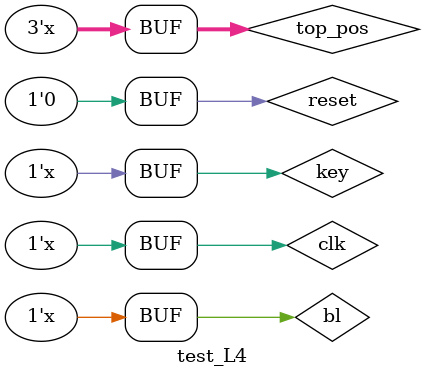
<source format=v>
module L4(Clock, Reset, BL, KEY, TOP_POS, lighton, pt);
	input Clock, Reset, BL, KEY;
	input [2:0] TOP_POS;  //position of the top light
	output lighton; // whether this light should lit
	output signed [3:0] pt; // the points

	wire [1:0] PS;
	reg [1:0] NS;
	
	reg lighton;
	reg [3:0] pt;
	
	parameter [1:0] OFF = 2'b00, ON = 2'b01, PRESS = 2'b10, BAD = 2'b11;
	parameter [2:0] no_light_on = 3'b000, _0 = 3'b001, _1 = 3'b010, _2 = 3'b011, _3 = 3'b100, _4 = 3'b101;
	parameter signed [3:0] no_point = 4'b0000, plus_one = 4'b0001, plus_two = 4'b0010, neg_two = 4'b1110;
	
	always @(BL or KEY or TOP_POS or PS)
		case (PS)
			OFF:
				if (BL == 1'b1 && (KEY == 1'b0 || !(TOP_POS == _3))) NS = ON; // when the bottom light is on
																						// and when the key is not pressed or the bottom light		
																						// is not the top light, this light is ON (bubble up)
				else if (BL == 1'b1 && (KEY == 1'b1 && (TOP_POS == _3))) NS = PRESS;
																						// when the bottom light is on
																						// and when the key is pressed AND the bottom light		
																						// is the top light, this light is ON (got one off)
				else NS = OFF; //nothing qualified for change;
			
			ON:
				if (BL == 1'b1 && (KEY == 1'b0 || !(TOP_POS == _3))) NS = ON; // when the bottom light is on
																						// and when the key is not pressed or the bottom light		
																						// is not the top light, this light is ON (bubble up)
				else if (BL == 1'b1 && (KEY == 1'b1 && (TOP_POS == _3))) NS = PRESS;
																						// when the bottom light is on
																						// and when the key is pressed AND the bottom light		
																						// is the top light, this light is ON (got one off)
				else NS = BAD;
			
			PRESS:
				NS = OFF; // always go back to off (impossible to stay or go to ON)
			
			BAD:
				if (BL && ~(KEY && (TOP_POS == _3))) NS = ON; // when the bottom light is on
																						// and when the key is not pressed or the bottom light		
																						// is not the top light, this light is ON (bubble up)
				else if (BL && (KEY && (TOP_POS == _3))) NS = PRESS;
																						// when the bottom light is on
																						// and when the key is pressed AND the bottom light		
																						// is the top light, this light is ON (got one off)
				else NS = OFF; //nothing qualified for change;
			
			default:
				NS = 2'bxx;
		endcase 
	
	always @(PS)
		case (PS)
			OFF:
				begin
					lighton = 1'b0;
					pt = no_point;
				end
			ON:
				begin
					lighton = 1'b1;
					pt = no_point;
				end
			PRESS:
				begin
					lighton = 1'b0;
					pt = plus_one;
				end
			BAD:
				begin
					lighton = 1'b0;
					pt = neg_two;
				end
			default:
				begin
					lighton = 1'bx;
					pt = 2'bxx;
				end
		endcase
	
	D_FF dff0 (PS[0], NS[0], Reset, Clock);
	D_FF dff1 (PS[1], NS[1], Reset, Clock);
endmodule

module test_L4;
	reg clk, reset, bl, key;
	reg [2:0] top_pos;
	
	wire lit;
	wire [1:0] pt;
	
	parameter cc = 10;
	
	//L0(Clock, Reset, BL, KEY, TOP_POS, lighton, pt);
	L4 L (clk, reset, bl, key, top_pos, lit, pt);
	
	always
		#cc clk = ~clk;
		
	always
		#(2*cc) top_pos = top_pos + 1;
		
	always
		#(5*cc) bl = ~bl;
	
	always
		#(5*cc) key = ~key;
		
	initial
	begin
		reset = 1;
		clk = 0;
		top_pos = 3'b000;
		bl = 0;
		key = 0;
		#cc reset = 0;
		//#(cc) reset = 0;
		//#cc key = 1;
		//#cc bl = 1;
	end
endmodule 
</source>
